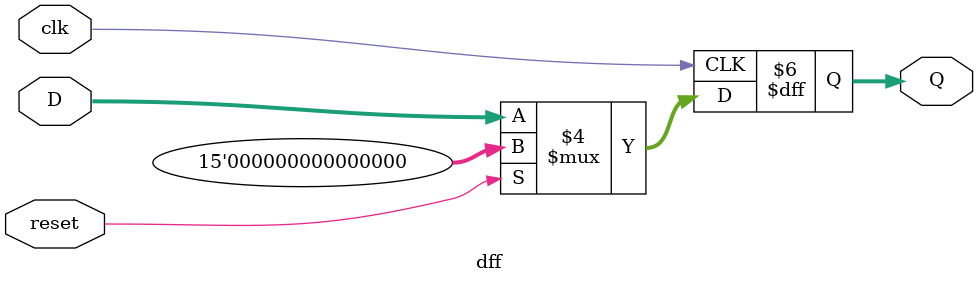
<source format=v>
module iir_la_2_new(x_in,y_out,clk,rst);
parameter N = 14;
input signed [N:0] x_in;
output signed [N:0] y_out;
 wire signed [N:0] y_out;
input clk,rst;
  wire [N:0] w1,w2,w3,w4,w5,w6,w7,w8,w9,w10,w11;
  assign w1 = x_in * (3/8);
  dff d5 (w9,clk,rst,w10);
  adder a3 (w1,w10,w11);
  assign w9 = x_in * (9/64);
  assign w3 = x_in * 1;
  dff d1 (w11,clk,rst,w2);
  adder a1 (w2,w3,w4);
  dff d2 (w4,clk,rst,w5);
  adder a2 (w5,w6,y_out);
  assign w6 = w7*(27/512);
  dff d3 (w8,clk,rst,w7);
  dff d4 (y_out,clk,rst,w8);
endmodule

module adder (m,n,o);
	parameter N = 14;
  	input [N:0] m;
  	input [N:0] n;
  	output [N:0] o;
  	assign o = m+n;
endmodule

module dff(D,clk,reset,Q);
  	parameter N = 14;
  	input [N:0]D; // Data input 
	input clk; // clock input 
	input reset; // synchronous reset 
  output reg [N:0]Q; // output Q 
	always @(posedge clk) 
	begin
	 if(reset==1'b1)
	  Q <= 0; 
	 else 
	  Q <= D; 
	end 
endmodule


</source>
